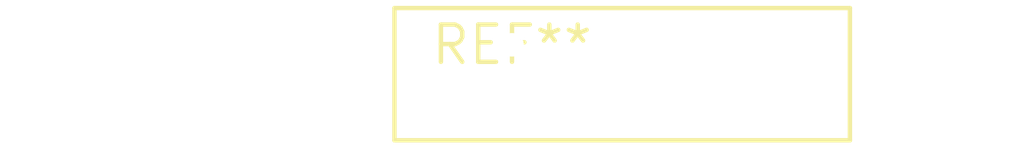
<source format=kicad_pcb>
(kicad_pcb (version 20240108) (generator pcbnew)
  (layers (0 "F.Cu" signal) (31 "B.Cu" signal) (34 "B.Paste" user) (35 "F.Paste" user) (36 "B.SilkS" user "B.Silkscreen") (37 "F.SilkS" user "F.Silkscreen") (38 "B.Mask" user) (39 "F.Mask" user) (44 "Edge.Cuts" user))
  (net 0 "")
  (footprint "RV_Disc_D15.5mm_W4.5mm_P7.5mm" (layer "F.Cu") (at 0 0)
    (property "Reference" "REF**")
    (property "Value" "RV_Disc_D15.5mm_W4.5mm_P7.5mm")
    (fp_line (start -4 -1.25) (end -4 3.25) (layer "F.SilkS") (stroke (width 0.15)))
    (fp_line (start -4 -1.25) (end 11.5 -1.25) (layer "F.SilkS") (stroke (width 0.15)))
    (fp_line (start -4 3.25) (end 11.5 3.25) (layer "F.SilkS") (stroke (width 0.15)))
    (fp_line (start 11.5 -1.25) (end 11.5 3.25) (layer "F.SilkS") (stroke (width 0.15)))
    (pad "1" thru_hole circle (at 0 0) (size 1.8 1.8) (drill 0.8) (layers *.Cu *.Mask) (remove_unused_layers))
    (pad "2" thru_hole circle (at 7.5 2) (size 1.8 1.8) (drill 0.8) (layers *.Cu *.Mask) (remove_unused_layers))
  )
)
</source>
